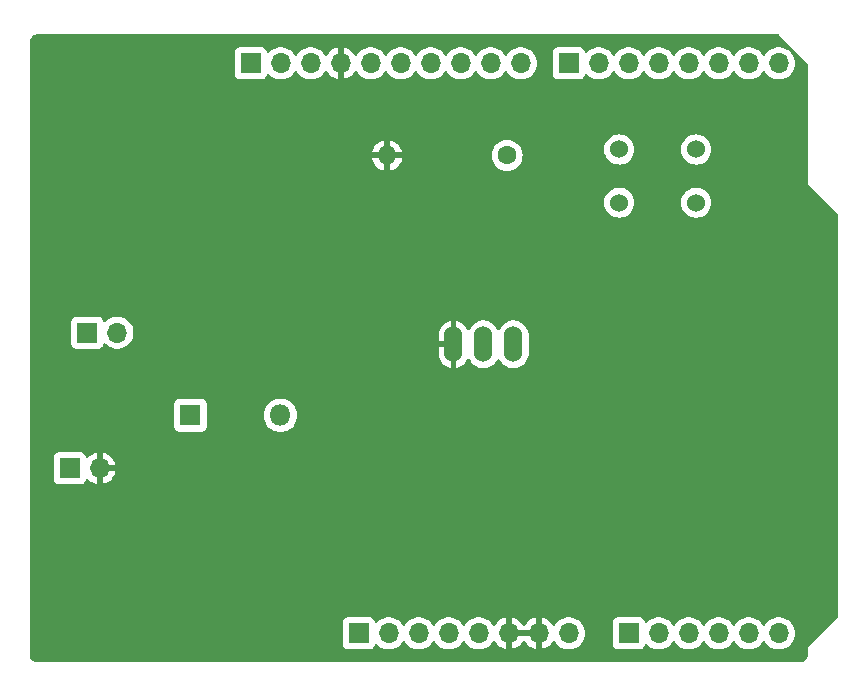
<source format=gbl>
%TF.GenerationSoftware,KiCad,Pcbnew,8.0.0*%
%TF.CreationDate,2024-04-21T19:32:52-04:00*%
%TF.ProjectId,9_motorized_pinwheel,395f6d6f-746f-4726-997a-65645f70696e,rev?*%
%TF.SameCoordinates,Original*%
%TF.FileFunction,Copper,L2,Bot*%
%TF.FilePolarity,Positive*%
%FSLAX46Y46*%
G04 Gerber Fmt 4.6, Leading zero omitted, Abs format (unit mm)*
G04 Created by KiCad (PCBNEW 8.0.0) date 2024-04-21 19:32:52*
%MOMM*%
%LPD*%
G01*
G04 APERTURE LIST*
%TA.AperFunction,ComponentPad*%
%ADD10R,1.700000X1.700000*%
%TD*%
%TA.AperFunction,ComponentPad*%
%ADD11O,1.700000X1.700000*%
%TD*%
%TA.AperFunction,ComponentPad*%
%ADD12C,1.524000*%
%TD*%
%TA.AperFunction,ComponentPad*%
%ADD13R,1.800000X1.800000*%
%TD*%
%TA.AperFunction,ComponentPad*%
%ADD14O,1.800000X1.800000*%
%TD*%
%TA.AperFunction,ComponentPad*%
%ADD15C,1.600000*%
%TD*%
%TA.AperFunction,ComponentPad*%
%ADD16O,1.600000X1.600000*%
%TD*%
%TA.AperFunction,ComponentPad*%
%ADD17O,1.524000X3.048000*%
%TD*%
%ADD18C,0.350000*%
G04 APERTURE END LIST*
D10*
%TO.P,J1,1,Pin_1*%
%TO.N,unconnected-(J1-Pin_1-Pad1)*%
X27940000Y2540000D03*
D11*
%TO.P,J1,2,Pin_2*%
%TO.N,/IOREF*%
X30480000Y2540000D03*
%TO.P,J1,3,Pin_3*%
%TO.N,/~{RESET}*%
X33020000Y2540000D03*
%TO.P,J1,4,Pin_4*%
%TO.N,+3V3*%
X35560000Y2540000D03*
%TO.P,J1,5,Pin_5*%
%TO.N,+5V*%
X38100000Y2540000D03*
%TO.P,J1,6,Pin_6*%
%TO.N,GND*%
X40640000Y2540000D03*
%TO.P,J1,7,Pin_7*%
X43180000Y2540000D03*
%TO.P,J1,8,Pin_8*%
%TO.N,VCC*%
X45720000Y2540000D03*
%TD*%
D10*
%TO.P,J3,1,Pin_1*%
%TO.N,/A0*%
X50800000Y2540000D03*
D11*
%TO.P,J3,2,Pin_2*%
%TO.N,/A1*%
X53340000Y2540000D03*
%TO.P,J3,3,Pin_3*%
%TO.N,/A2*%
X55880000Y2540000D03*
%TO.P,J3,4,Pin_4*%
%TO.N,/A3*%
X58420000Y2540000D03*
%TO.P,J3,5,Pin_5*%
%TO.N,/SDA{slash}A4*%
X60960000Y2540000D03*
%TO.P,J3,6,Pin_6*%
%TO.N,/SCL{slash}A5*%
X63500000Y2540000D03*
%TD*%
D10*
%TO.P,J2,1,Pin_1*%
%TO.N,/SCL{slash}A5*%
X18796000Y50800000D03*
D11*
%TO.P,J2,2,Pin_2*%
%TO.N,/SDA{slash}A4*%
X21336000Y50800000D03*
%TO.P,J2,3,Pin_3*%
%TO.N,/AREF*%
X23876000Y50800000D03*
%TO.P,J2,4,Pin_4*%
%TO.N,GND*%
X26416000Y50800000D03*
%TO.P,J2,5,Pin_5*%
%TO.N,/13*%
X28956000Y50800000D03*
%TO.P,J2,6,Pin_6*%
%TO.N,/12*%
X31496000Y50800000D03*
%TO.P,J2,7,Pin_7*%
%TO.N,/\u002A11*%
X34036000Y50800000D03*
%TO.P,J2,8,Pin_8*%
%TO.N,/\u002A10*%
X36576000Y50800000D03*
%TO.P,J2,9,Pin_9*%
%TO.N,/\u002A9*%
X39116000Y50800000D03*
%TO.P,J2,10,Pin_10*%
%TO.N,/8*%
X41656000Y50800000D03*
%TD*%
D10*
%TO.P,J4,1,Pin_1*%
%TO.N,/7*%
X45720000Y50800000D03*
D11*
%TO.P,J4,2,Pin_2*%
%TO.N,/\u002A6*%
X48260000Y50800000D03*
%TO.P,J4,3,Pin_3*%
%TO.N,/\u002A5*%
X50800000Y50800000D03*
%TO.P,J4,4,Pin_4*%
%TO.N,/4*%
X53340000Y50800000D03*
%TO.P,J4,5,Pin_5*%
%TO.N,/\u002A3*%
X55880000Y50800000D03*
%TO.P,J4,6,Pin_6*%
%TO.N,/2*%
X58420000Y50800000D03*
%TO.P,J4,7,Pin_7*%
%TO.N,/TX{slash}1*%
X60960000Y50800000D03*
%TO.P,J4,8,Pin_8*%
%TO.N,/RX{slash}0*%
X63500000Y50800000D03*
%TD*%
D12*
%TO.P,SW1,1,1*%
%TO.N,/2*%
X50000000Y43500000D03*
%TO.P,SW1,2,2*%
%TO.N,+5V*%
X56500000Y43500000D03*
%TO.P,SW1,3*%
%TO.N,N/C*%
X56500000Y39000000D03*
%TO.P,SW1,4*%
X50000000Y39000000D03*
%TD*%
D13*
%TO.P,D1,1,K*%
%TO.N,Net-(BT1-+)*%
X13690000Y21000000D03*
D14*
%TO.P,D1,2,A*%
%TO.N,Net-(D1-A)*%
X21310000Y21000000D03*
%TD*%
D10*
%TO.P,M1,1,+*%
%TO.N,Net-(BT1-+)*%
X4960000Y28000000D03*
D11*
%TO.P,M1,2,-*%
%TO.N,Net-(D1-A)*%
X7500000Y28000000D03*
%TD*%
D10*
%TO.P,BT1,1,+*%
%TO.N,Net-(BT1-+)*%
X3460000Y16500000D03*
D11*
%TO.P,BT1,2,-*%
%TO.N,GND*%
X6000000Y16500000D03*
%TD*%
D15*
%TO.P,R1,1*%
%TO.N,/2*%
X40500000Y43000000D03*
D16*
%TO.P,R1,2*%
%TO.N,GND*%
X30340000Y43000000D03*
%TD*%
D17*
%TO.P,Q1,D*%
%TO.N,Net-(D1-A)*%
X38500000Y27000000D03*
%TO.P,Q1,G*%
%TO.N,/\u002A9*%
X41040000Y27000000D03*
%TO.P,Q1,S*%
%TO.N,GND*%
X35960000Y27000000D03*
%TD*%
%TA.AperFunction,Conductor*%
%TO.N,GND*%
G36*
X42714075Y2732993D02*
G01*
X42680000Y2605826D01*
X42680000Y2474174D01*
X42714075Y2347007D01*
X42746988Y2290000D01*
X41073012Y2290000D01*
X41105925Y2347007D01*
X41140000Y2474174D01*
X41140000Y2605826D01*
X41105925Y2732993D01*
X41073012Y2790000D01*
X42746988Y2790000D01*
X42714075Y2732993D01*
G37*
%TD.AperFunction*%
%TA.AperFunction,Conductor*%
G36*
X63484404Y53244815D02*
G01*
X63505046Y53228181D01*
X65928181Y50805046D01*
X65961666Y50743723D01*
X65964500Y50717365D01*
X65964500Y40655018D01*
X65964500Y40624982D01*
X65975994Y40597233D01*
X65975995Y40597232D01*
X68468181Y38105046D01*
X68501666Y38043723D01*
X68504500Y38017365D01*
X68504500Y3892636D01*
X68484815Y3825597D01*
X68468181Y3804955D01*
X65997233Y1334006D01*
X65975995Y1312769D01*
X65964500Y1285018D01*
X65964500Y768093D01*
X65963903Y755938D01*
X65952505Y640222D01*
X65947763Y616382D01*
X65917832Y517710D01*
X65915789Y510976D01*
X65906486Y488518D01*
X65854561Y391373D01*
X65841056Y371161D01*
X65771176Y286012D01*
X65753988Y268824D01*
X65668839Y198944D01*
X65648627Y185439D01*
X65551482Y133514D01*
X65529028Y124213D01*
X65487028Y111472D01*
X65423618Y92237D01*
X65399778Y87495D01*
X65291162Y76797D01*
X65284060Y76097D01*
X65271907Y75500D01*
X768093Y75500D01*
X755939Y76097D01*
X747995Y76880D01*
X640221Y87495D01*
X616381Y92237D01*
X599445Y97375D01*
X510968Y124214D01*
X488517Y133514D01*
X391372Y185439D01*
X371160Y198944D01*
X286011Y268824D01*
X268823Y286012D01*
X198943Y371161D01*
X185438Y391373D01*
X133510Y488524D01*
X124215Y510963D01*
X92234Y616388D01*
X87494Y640223D01*
X76097Y755939D01*
X75500Y768093D01*
X75500Y1641346D01*
X26581500Y1641346D01*
X26588011Y1580798D01*
X26588011Y1580796D01*
X26639111Y1443796D01*
X26726739Y1326739D01*
X26843796Y1239111D01*
X26980799Y1188011D01*
X27008050Y1185082D01*
X27041345Y1181501D01*
X27041362Y1181500D01*
X28838638Y1181500D01*
X28838654Y1181501D01*
X28865692Y1184409D01*
X28899201Y1188011D01*
X29036204Y1239111D01*
X29153261Y1326739D01*
X29240889Y1443796D01*
X29286138Y1565113D01*
X29328009Y1621044D01*
X29393474Y1645461D01*
X29461746Y1630609D01*
X29493545Y1605764D01*
X29556760Y1537094D01*
X29734424Y1398811D01*
X29734425Y1398811D01*
X29734427Y1398809D01*
X29861135Y1330239D01*
X29932426Y1291658D01*
X30145365Y1218556D01*
X30367431Y1181500D01*
X30592569Y1181500D01*
X30814635Y1218556D01*
X31027574Y1291658D01*
X31225576Y1398811D01*
X31403240Y1537094D01*
X31524594Y1668918D01*
X31555715Y1702724D01*
X31555715Y1702725D01*
X31555722Y1702732D01*
X31646193Y1841210D01*
X31699338Y1886563D01*
X31768569Y1895987D01*
X31831905Y1866485D01*
X31853804Y1841213D01*
X31944278Y1702732D01*
X31944283Y1702727D01*
X31944284Y1702724D01*
X32070968Y1565111D01*
X32096760Y1537094D01*
X32274424Y1398811D01*
X32274425Y1398811D01*
X32274427Y1398809D01*
X32401135Y1330239D01*
X32472426Y1291658D01*
X32685365Y1218556D01*
X32907431Y1181500D01*
X33132569Y1181500D01*
X33354635Y1218556D01*
X33567574Y1291658D01*
X33765576Y1398811D01*
X33943240Y1537094D01*
X34064594Y1668918D01*
X34095715Y1702724D01*
X34095715Y1702725D01*
X34095722Y1702732D01*
X34186193Y1841210D01*
X34239338Y1886563D01*
X34308569Y1895987D01*
X34371905Y1866485D01*
X34393804Y1841213D01*
X34484278Y1702732D01*
X34484283Y1702727D01*
X34484284Y1702724D01*
X34610968Y1565111D01*
X34636760Y1537094D01*
X34814424Y1398811D01*
X34814425Y1398811D01*
X34814427Y1398809D01*
X34941135Y1330239D01*
X35012426Y1291658D01*
X35225365Y1218556D01*
X35447431Y1181500D01*
X35672569Y1181500D01*
X35894635Y1218556D01*
X36107574Y1291658D01*
X36305576Y1398811D01*
X36483240Y1537094D01*
X36604594Y1668918D01*
X36635715Y1702724D01*
X36635715Y1702725D01*
X36635722Y1702732D01*
X36726193Y1841210D01*
X36779338Y1886563D01*
X36848569Y1895987D01*
X36911905Y1866485D01*
X36933804Y1841213D01*
X37024278Y1702732D01*
X37024283Y1702727D01*
X37024284Y1702724D01*
X37150968Y1565111D01*
X37176760Y1537094D01*
X37354424Y1398811D01*
X37354425Y1398811D01*
X37354427Y1398809D01*
X37481135Y1330239D01*
X37552426Y1291658D01*
X37765365Y1218556D01*
X37987431Y1181500D01*
X38212569Y1181500D01*
X38434635Y1218556D01*
X38647574Y1291658D01*
X38845576Y1398811D01*
X39023240Y1537094D01*
X39144594Y1668918D01*
X39175715Y1702724D01*
X39175715Y1702725D01*
X39175722Y1702732D01*
X39269749Y1846653D01*
X39322894Y1892006D01*
X39392125Y1901430D01*
X39455461Y1871928D01*
X39475130Y1849952D01*
X39601890Y1668922D01*
X39768917Y1501895D01*
X39962421Y1366400D01*
X40176507Y1266571D01*
X40176516Y1266567D01*
X40390000Y1209366D01*
X40390000Y2106988D01*
X40447007Y2074075D01*
X40574174Y2040000D01*
X40705826Y2040000D01*
X40832993Y2074075D01*
X40890000Y2106988D01*
X40890000Y1209367D01*
X41103483Y1266567D01*
X41103492Y1266571D01*
X41317578Y1366400D01*
X41511082Y1501895D01*
X41678105Y1668918D01*
X41808425Y1855032D01*
X41863002Y1898656D01*
X41932501Y1905849D01*
X41994855Y1874327D01*
X42011575Y1855032D01*
X42141894Y1668918D01*
X42308917Y1501895D01*
X42502421Y1366400D01*
X42716507Y1266571D01*
X42716516Y1266567D01*
X42930000Y1209366D01*
X42930000Y2106988D01*
X42987007Y2074075D01*
X43114174Y2040000D01*
X43245826Y2040000D01*
X43372993Y2074075D01*
X43430000Y2106988D01*
X43430000Y1209367D01*
X43643483Y1266567D01*
X43643492Y1266571D01*
X43857578Y1366400D01*
X44051082Y1501895D01*
X44218105Y1668918D01*
X44344868Y1849952D01*
X44399445Y1893577D01*
X44468944Y1900769D01*
X44531298Y1869247D01*
X44550251Y1846650D01*
X44644276Y1702735D01*
X44644284Y1702724D01*
X44770968Y1565111D01*
X44796760Y1537094D01*
X44974424Y1398811D01*
X44974425Y1398811D01*
X44974427Y1398809D01*
X45101135Y1330239D01*
X45172426Y1291658D01*
X45385365Y1218556D01*
X45607431Y1181500D01*
X45832569Y1181500D01*
X46054635Y1218556D01*
X46267574Y1291658D01*
X46465576Y1398811D01*
X46643240Y1537094D01*
X46739212Y1641346D01*
X49441500Y1641346D01*
X49448011Y1580798D01*
X49448011Y1580796D01*
X49499111Y1443796D01*
X49586739Y1326739D01*
X49703796Y1239111D01*
X49840799Y1188011D01*
X49868050Y1185082D01*
X49901345Y1181501D01*
X49901362Y1181500D01*
X51698638Y1181500D01*
X51698654Y1181501D01*
X51725692Y1184409D01*
X51759201Y1188011D01*
X51896204Y1239111D01*
X52013261Y1326739D01*
X52100889Y1443796D01*
X52146138Y1565113D01*
X52188009Y1621044D01*
X52253474Y1645461D01*
X52321746Y1630609D01*
X52353545Y1605764D01*
X52416760Y1537094D01*
X52594424Y1398811D01*
X52594425Y1398811D01*
X52594427Y1398809D01*
X52721135Y1330239D01*
X52792426Y1291658D01*
X53005365Y1218556D01*
X53227431Y1181500D01*
X53452569Y1181500D01*
X53674635Y1218556D01*
X53887574Y1291658D01*
X54085576Y1398811D01*
X54263240Y1537094D01*
X54384594Y1668918D01*
X54415715Y1702724D01*
X54415715Y1702725D01*
X54415722Y1702732D01*
X54506193Y1841210D01*
X54559338Y1886563D01*
X54628569Y1895987D01*
X54691905Y1866485D01*
X54713804Y1841213D01*
X54804278Y1702732D01*
X54804283Y1702727D01*
X54804284Y1702724D01*
X54930968Y1565111D01*
X54956760Y1537094D01*
X55134424Y1398811D01*
X55134425Y1398811D01*
X55134427Y1398809D01*
X55261135Y1330239D01*
X55332426Y1291658D01*
X55545365Y1218556D01*
X55767431Y1181500D01*
X55992569Y1181500D01*
X56214635Y1218556D01*
X56427574Y1291658D01*
X56625576Y1398811D01*
X56803240Y1537094D01*
X56924594Y1668918D01*
X56955715Y1702724D01*
X56955715Y1702725D01*
X56955722Y1702732D01*
X57046193Y1841210D01*
X57099338Y1886563D01*
X57168569Y1895987D01*
X57231905Y1866485D01*
X57253804Y1841213D01*
X57344278Y1702732D01*
X57344283Y1702727D01*
X57344284Y1702724D01*
X57470968Y1565111D01*
X57496760Y1537094D01*
X57674424Y1398811D01*
X57674425Y1398811D01*
X57674427Y1398809D01*
X57801135Y1330239D01*
X57872426Y1291658D01*
X58085365Y1218556D01*
X58307431Y1181500D01*
X58532569Y1181500D01*
X58754635Y1218556D01*
X58967574Y1291658D01*
X59165576Y1398811D01*
X59343240Y1537094D01*
X59464594Y1668918D01*
X59495715Y1702724D01*
X59495715Y1702725D01*
X59495722Y1702732D01*
X59586193Y1841210D01*
X59639338Y1886563D01*
X59708569Y1895987D01*
X59771905Y1866485D01*
X59793804Y1841213D01*
X59884278Y1702732D01*
X59884283Y1702727D01*
X59884284Y1702724D01*
X60010968Y1565111D01*
X60036760Y1537094D01*
X60214424Y1398811D01*
X60214425Y1398811D01*
X60214427Y1398809D01*
X60341135Y1330239D01*
X60412426Y1291658D01*
X60625365Y1218556D01*
X60847431Y1181500D01*
X61072569Y1181500D01*
X61294635Y1218556D01*
X61507574Y1291658D01*
X61705576Y1398811D01*
X61883240Y1537094D01*
X62004594Y1668918D01*
X62035715Y1702724D01*
X62035715Y1702725D01*
X62035722Y1702732D01*
X62126193Y1841210D01*
X62179338Y1886563D01*
X62248569Y1895987D01*
X62311905Y1866485D01*
X62333804Y1841213D01*
X62424278Y1702732D01*
X62424283Y1702727D01*
X62424284Y1702724D01*
X62550968Y1565111D01*
X62576760Y1537094D01*
X62754424Y1398811D01*
X62754425Y1398811D01*
X62754427Y1398809D01*
X62881135Y1330239D01*
X62952426Y1291658D01*
X63165365Y1218556D01*
X63387431Y1181500D01*
X63612569Y1181500D01*
X63834635Y1218556D01*
X64047574Y1291658D01*
X64245576Y1398811D01*
X64423240Y1537094D01*
X64544594Y1668918D01*
X64575715Y1702724D01*
X64575717Y1702727D01*
X64575722Y1702732D01*
X64698860Y1891209D01*
X64789296Y2097384D01*
X64844564Y2315632D01*
X64847164Y2347007D01*
X64863156Y2539995D01*
X64863156Y2540006D01*
X64844565Y2764360D01*
X64844563Y2764372D01*
X64789296Y2982615D01*
X64779071Y3005925D01*
X64698860Y3188791D01*
X64682706Y3213516D01*
X64575723Y3377266D01*
X64575715Y3377277D01*
X64423243Y3542903D01*
X64423238Y3542908D01*
X64245577Y3681188D01*
X64245572Y3681192D01*
X64047580Y3788339D01*
X64047577Y3788341D01*
X64047574Y3788342D01*
X64047571Y3788343D01*
X64047569Y3788344D01*
X63834637Y3861444D01*
X63612569Y3898500D01*
X63387431Y3898500D01*
X63165362Y3861444D01*
X62952430Y3788344D01*
X62952419Y3788339D01*
X62754427Y3681192D01*
X62754422Y3681188D01*
X62576761Y3542908D01*
X62576756Y3542903D01*
X62424284Y3377277D01*
X62424276Y3377266D01*
X62333808Y3238794D01*
X62280662Y3193438D01*
X62211431Y3184014D01*
X62148095Y3213516D01*
X62126192Y3238794D01*
X62035723Y3377266D01*
X62035715Y3377277D01*
X61883243Y3542903D01*
X61883238Y3542908D01*
X61705577Y3681188D01*
X61705572Y3681192D01*
X61507580Y3788339D01*
X61507577Y3788341D01*
X61507574Y3788342D01*
X61507571Y3788343D01*
X61507569Y3788344D01*
X61294637Y3861444D01*
X61072569Y3898500D01*
X60847431Y3898500D01*
X60625362Y3861444D01*
X60412430Y3788344D01*
X60412419Y3788339D01*
X60214427Y3681192D01*
X60214422Y3681188D01*
X60036761Y3542908D01*
X60036756Y3542903D01*
X59884284Y3377277D01*
X59884276Y3377266D01*
X59793808Y3238794D01*
X59740662Y3193438D01*
X59671431Y3184014D01*
X59608095Y3213516D01*
X59586192Y3238794D01*
X59495723Y3377266D01*
X59495715Y3377277D01*
X59343243Y3542903D01*
X59343238Y3542908D01*
X59165577Y3681188D01*
X59165572Y3681192D01*
X58967580Y3788339D01*
X58967577Y3788341D01*
X58967574Y3788342D01*
X58967571Y3788343D01*
X58967569Y3788344D01*
X58754637Y3861444D01*
X58532569Y3898500D01*
X58307431Y3898500D01*
X58085362Y3861444D01*
X57872430Y3788344D01*
X57872419Y3788339D01*
X57674427Y3681192D01*
X57674422Y3681188D01*
X57496761Y3542908D01*
X57496756Y3542903D01*
X57344284Y3377277D01*
X57344276Y3377266D01*
X57253808Y3238794D01*
X57200662Y3193438D01*
X57131431Y3184014D01*
X57068095Y3213516D01*
X57046192Y3238794D01*
X56955723Y3377266D01*
X56955715Y3377277D01*
X56803243Y3542903D01*
X56803238Y3542908D01*
X56625577Y3681188D01*
X56625572Y3681192D01*
X56427580Y3788339D01*
X56427577Y3788341D01*
X56427574Y3788342D01*
X56427571Y3788343D01*
X56427569Y3788344D01*
X56214637Y3861444D01*
X55992569Y3898500D01*
X55767431Y3898500D01*
X55545362Y3861444D01*
X55332430Y3788344D01*
X55332419Y3788339D01*
X55134427Y3681192D01*
X55134422Y3681188D01*
X54956761Y3542908D01*
X54956756Y3542903D01*
X54804284Y3377277D01*
X54804276Y3377266D01*
X54713808Y3238794D01*
X54660662Y3193438D01*
X54591431Y3184014D01*
X54528095Y3213516D01*
X54506192Y3238794D01*
X54415723Y3377266D01*
X54415715Y3377277D01*
X54263243Y3542903D01*
X54263238Y3542908D01*
X54085577Y3681188D01*
X54085572Y3681192D01*
X53887580Y3788339D01*
X53887577Y3788341D01*
X53887574Y3788342D01*
X53887571Y3788343D01*
X53887569Y3788344D01*
X53674637Y3861444D01*
X53452569Y3898500D01*
X53227431Y3898500D01*
X53005362Y3861444D01*
X52792430Y3788344D01*
X52792419Y3788339D01*
X52594427Y3681192D01*
X52594422Y3681188D01*
X52416761Y3542908D01*
X52353548Y3474240D01*
X52293661Y3438250D01*
X52223823Y3440351D01*
X52166207Y3479876D01*
X52146138Y3514890D01*
X52100889Y3636204D01*
X52067214Y3681188D01*
X52013261Y3753261D01*
X51896204Y3840889D01*
X51895172Y3841274D01*
X51759203Y3891989D01*
X51698654Y3898500D01*
X51698638Y3898500D01*
X49901362Y3898500D01*
X49901345Y3898500D01*
X49840797Y3891989D01*
X49840795Y3891989D01*
X49703795Y3840889D01*
X49586739Y3753261D01*
X49499111Y3636205D01*
X49448011Y3499205D01*
X49448011Y3499203D01*
X49441500Y3438655D01*
X49441500Y1641346D01*
X46739212Y1641346D01*
X46764594Y1668918D01*
X46795715Y1702724D01*
X46795717Y1702727D01*
X46795722Y1702732D01*
X46918860Y1891209D01*
X47009296Y2097384D01*
X47064564Y2315632D01*
X47067164Y2347007D01*
X47083156Y2539995D01*
X47083156Y2540006D01*
X47064565Y2764360D01*
X47064563Y2764372D01*
X47009296Y2982615D01*
X46999071Y3005925D01*
X46918860Y3188791D01*
X46902706Y3213516D01*
X46795723Y3377266D01*
X46795715Y3377277D01*
X46643243Y3542903D01*
X46643238Y3542908D01*
X46465577Y3681188D01*
X46465572Y3681192D01*
X46267580Y3788339D01*
X46267577Y3788341D01*
X46267574Y3788342D01*
X46267571Y3788343D01*
X46267569Y3788344D01*
X46054637Y3861444D01*
X45832569Y3898500D01*
X45607431Y3898500D01*
X45385362Y3861444D01*
X45172430Y3788344D01*
X45172419Y3788339D01*
X44974427Y3681192D01*
X44974422Y3681188D01*
X44796761Y3542908D01*
X44796756Y3542903D01*
X44644284Y3377277D01*
X44644276Y3377266D01*
X44550251Y3233350D01*
X44497105Y3187993D01*
X44427873Y3178570D01*
X44364538Y3208072D01*
X44344868Y3230049D01*
X44218113Y3411074D01*
X44218108Y3411080D01*
X44051082Y3578106D01*
X43857578Y3713601D01*
X43643492Y3813430D01*
X43643486Y3813433D01*
X43430000Y3870636D01*
X43430000Y2973012D01*
X43372993Y3005925D01*
X43245826Y3040000D01*
X43114174Y3040000D01*
X42987007Y3005925D01*
X42930000Y2973012D01*
X42930000Y3870636D01*
X42929999Y3870636D01*
X42716513Y3813433D01*
X42716507Y3813430D01*
X42502422Y3713601D01*
X42502420Y3713600D01*
X42308926Y3578114D01*
X42308920Y3578109D01*
X42141891Y3411080D01*
X42141890Y3411078D01*
X42011575Y3224969D01*
X41956998Y3181345D01*
X41887499Y3174152D01*
X41825145Y3205674D01*
X41808425Y3224969D01*
X41678109Y3411078D01*
X41678108Y3411080D01*
X41511082Y3578106D01*
X41317578Y3713601D01*
X41103492Y3813430D01*
X41103486Y3813433D01*
X40890000Y3870636D01*
X40890000Y2973012D01*
X40832993Y3005925D01*
X40705826Y3040000D01*
X40574174Y3040000D01*
X40447007Y3005925D01*
X40390000Y2973012D01*
X40390000Y3870636D01*
X40389999Y3870636D01*
X40176513Y3813433D01*
X40176507Y3813430D01*
X39962422Y3713601D01*
X39962420Y3713600D01*
X39768926Y3578114D01*
X39768920Y3578109D01*
X39601891Y3411080D01*
X39601890Y3411078D01*
X39475131Y3230048D01*
X39420554Y3186423D01*
X39351055Y3179231D01*
X39288701Y3210753D01*
X39269752Y3233344D01*
X39175722Y3377268D01*
X39175715Y3377275D01*
X39175715Y3377277D01*
X39023243Y3542903D01*
X39023238Y3542908D01*
X38845577Y3681188D01*
X38845572Y3681192D01*
X38647580Y3788339D01*
X38647577Y3788341D01*
X38647574Y3788342D01*
X38647571Y3788343D01*
X38647569Y3788344D01*
X38434637Y3861444D01*
X38212569Y3898500D01*
X37987431Y3898500D01*
X37765362Y3861444D01*
X37552430Y3788344D01*
X37552419Y3788339D01*
X37354427Y3681192D01*
X37354422Y3681188D01*
X37176761Y3542908D01*
X37176756Y3542903D01*
X37024284Y3377277D01*
X37024276Y3377266D01*
X36933808Y3238794D01*
X36880662Y3193438D01*
X36811431Y3184014D01*
X36748095Y3213516D01*
X36726192Y3238794D01*
X36635723Y3377266D01*
X36635715Y3377277D01*
X36483243Y3542903D01*
X36483238Y3542908D01*
X36305577Y3681188D01*
X36305572Y3681192D01*
X36107580Y3788339D01*
X36107577Y3788341D01*
X36107574Y3788342D01*
X36107571Y3788343D01*
X36107569Y3788344D01*
X35894637Y3861444D01*
X35672569Y3898500D01*
X35447431Y3898500D01*
X35225362Y3861444D01*
X35012430Y3788344D01*
X35012419Y3788339D01*
X34814427Y3681192D01*
X34814422Y3681188D01*
X34636761Y3542908D01*
X34636756Y3542903D01*
X34484284Y3377277D01*
X34484276Y3377266D01*
X34393808Y3238794D01*
X34340662Y3193438D01*
X34271431Y3184014D01*
X34208095Y3213516D01*
X34186192Y3238794D01*
X34095723Y3377266D01*
X34095715Y3377277D01*
X33943243Y3542903D01*
X33943238Y3542908D01*
X33765577Y3681188D01*
X33765572Y3681192D01*
X33567580Y3788339D01*
X33567577Y3788341D01*
X33567574Y3788342D01*
X33567571Y3788343D01*
X33567569Y3788344D01*
X33354637Y3861444D01*
X33132569Y3898500D01*
X32907431Y3898500D01*
X32685362Y3861444D01*
X32472430Y3788344D01*
X32472419Y3788339D01*
X32274427Y3681192D01*
X32274422Y3681188D01*
X32096761Y3542908D01*
X32096756Y3542903D01*
X31944284Y3377277D01*
X31944276Y3377266D01*
X31853808Y3238794D01*
X31800662Y3193438D01*
X31731431Y3184014D01*
X31668095Y3213516D01*
X31646192Y3238794D01*
X31555723Y3377266D01*
X31555715Y3377277D01*
X31403243Y3542903D01*
X31403238Y3542908D01*
X31225577Y3681188D01*
X31225572Y3681192D01*
X31027580Y3788339D01*
X31027577Y3788341D01*
X31027574Y3788342D01*
X31027571Y3788343D01*
X31027569Y3788344D01*
X30814637Y3861444D01*
X30592569Y3898500D01*
X30367431Y3898500D01*
X30145362Y3861444D01*
X29932430Y3788344D01*
X29932419Y3788339D01*
X29734427Y3681192D01*
X29734422Y3681188D01*
X29556761Y3542908D01*
X29493548Y3474240D01*
X29433661Y3438250D01*
X29363823Y3440351D01*
X29306207Y3479876D01*
X29286138Y3514890D01*
X29240889Y3636204D01*
X29207214Y3681188D01*
X29153261Y3753261D01*
X29036204Y3840889D01*
X29035172Y3841274D01*
X28899203Y3891989D01*
X28838654Y3898500D01*
X28838638Y3898500D01*
X27041362Y3898500D01*
X27041345Y3898500D01*
X26980797Y3891989D01*
X26980795Y3891989D01*
X26843795Y3840889D01*
X26726739Y3753261D01*
X26639111Y3636205D01*
X26588011Y3499205D01*
X26588011Y3499203D01*
X26581500Y3438655D01*
X26581500Y1641346D01*
X75500Y1641346D01*
X75500Y15601346D01*
X2101500Y15601346D01*
X2108011Y15540798D01*
X2108011Y15540796D01*
X2159111Y15403796D01*
X2246739Y15286739D01*
X2363796Y15199111D01*
X2500799Y15148011D01*
X2528050Y15145082D01*
X2561345Y15141501D01*
X2561362Y15141500D01*
X4358638Y15141500D01*
X4358654Y15141501D01*
X4385692Y15144409D01*
X4419201Y15148011D01*
X4556204Y15199111D01*
X4673261Y15286739D01*
X4760889Y15403796D01*
X4809223Y15533385D01*
X4851093Y15589314D01*
X4916557Y15613731D01*
X4984830Y15598879D01*
X5013084Y15577728D01*
X5128917Y15461895D01*
X5322421Y15326400D01*
X5536507Y15226571D01*
X5536516Y15226567D01*
X5750000Y15169366D01*
X5750000Y16066988D01*
X5807007Y16034075D01*
X5934174Y16000000D01*
X6065826Y16000000D01*
X6192993Y16034075D01*
X6250000Y16066988D01*
X6250000Y15169367D01*
X6463483Y15226567D01*
X6463492Y15226571D01*
X6677578Y15326400D01*
X6871082Y15461895D01*
X7038105Y15628918D01*
X7173600Y15822422D01*
X7273429Y16036508D01*
X7273432Y16036514D01*
X7330636Y16250000D01*
X6433012Y16250000D01*
X6465925Y16307007D01*
X6500000Y16434174D01*
X6500000Y16565826D01*
X6465925Y16692993D01*
X6433012Y16750000D01*
X7330636Y16750000D01*
X7330635Y16750001D01*
X7273432Y16963487D01*
X7273429Y16963493D01*
X7173600Y17177578D01*
X7173599Y17177580D01*
X7038113Y17371074D01*
X7038108Y17371080D01*
X6871082Y17538106D01*
X6677578Y17673601D01*
X6463492Y17773430D01*
X6463486Y17773433D01*
X6250000Y17830636D01*
X6250000Y16933012D01*
X6192993Y16965925D01*
X6065826Y17000000D01*
X5934174Y17000000D01*
X5807007Y16965925D01*
X5750000Y16933012D01*
X5750000Y17830636D01*
X5749999Y17830636D01*
X5536513Y17773433D01*
X5536507Y17773430D01*
X5322422Y17673601D01*
X5322420Y17673600D01*
X5128926Y17538114D01*
X5013084Y17422272D01*
X4951761Y17388788D01*
X4882069Y17393772D01*
X4826136Y17435644D01*
X4809223Y17466616D01*
X4760889Y17596204D01*
X4673261Y17713261D01*
X4556204Y17800889D01*
X4419203Y17851989D01*
X4358654Y17858500D01*
X4358638Y17858500D01*
X2561362Y17858500D01*
X2561345Y17858500D01*
X2500797Y17851989D01*
X2500795Y17851989D01*
X2363795Y17800889D01*
X2246739Y17713261D01*
X2159111Y17596205D01*
X2108011Y17459205D01*
X2108011Y17459203D01*
X2101500Y17398655D01*
X2101500Y15601346D01*
X75500Y15601346D01*
X75500Y20051346D01*
X12281500Y20051346D01*
X12288011Y19990798D01*
X12288011Y19990796D01*
X12339111Y19853796D01*
X12426739Y19736739D01*
X12543796Y19649111D01*
X12680799Y19598011D01*
X12708050Y19595082D01*
X12741345Y19591501D01*
X12741362Y19591500D01*
X14638638Y19591500D01*
X14638654Y19591501D01*
X14665692Y19594409D01*
X14699201Y19598011D01*
X14836204Y19649111D01*
X14953261Y19736739D01*
X15040889Y19853796D01*
X15091989Y19990799D01*
X15095591Y20024308D01*
X15098499Y20051346D01*
X15098500Y20051363D01*
X15098500Y20999995D01*
X19896673Y20999995D01*
X19915948Y20767378D01*
X19973251Y20541093D01*
X20067015Y20327332D01*
X20194686Y20131916D01*
X20352776Y19960186D01*
X20352780Y19960182D01*
X20536983Y19816810D01*
X20536985Y19816809D01*
X20536988Y19816807D01*
X20656331Y19752223D01*
X20742273Y19705713D01*
X20856914Y19666357D01*
X20963045Y19629921D01*
X20963047Y19629921D01*
X20963049Y19629920D01*
X21193288Y19591500D01*
X21193289Y19591500D01*
X21426711Y19591500D01*
X21426712Y19591500D01*
X21656951Y19629920D01*
X21877727Y19705713D01*
X22083017Y19816810D01*
X22267220Y19960182D01*
X22425314Y20131917D01*
X22552984Y20327331D01*
X22646749Y20541093D01*
X22704051Y20767374D01*
X22723327Y21000000D01*
X22704051Y21232626D01*
X22646749Y21458907D01*
X22552984Y21672669D01*
X22425314Y21868083D01*
X22425313Y21868085D01*
X22267223Y22039815D01*
X22267222Y22039816D01*
X22267220Y22039818D01*
X22083017Y22183190D01*
X22083015Y22183191D01*
X22083014Y22183192D01*
X22083011Y22183194D01*
X21877733Y22294284D01*
X21877730Y22294285D01*
X21877727Y22294287D01*
X21877721Y22294289D01*
X21877719Y22294290D01*
X21656954Y22370080D01*
X21465730Y22401989D01*
X21426712Y22408500D01*
X21193288Y22408500D01*
X21154270Y22401989D01*
X20963045Y22370080D01*
X20742280Y22294290D01*
X20742266Y22294284D01*
X20536988Y22183194D01*
X20536985Y22183192D01*
X20352781Y22039819D01*
X20352776Y22039815D01*
X20194686Y21868085D01*
X20067015Y21672669D01*
X19973251Y21458908D01*
X19915948Y21232623D01*
X19896673Y21000006D01*
X19896673Y20999995D01*
X15098500Y20999995D01*
X15098500Y21948638D01*
X15098499Y21948655D01*
X15095157Y21979730D01*
X15091989Y22009201D01*
X15080570Y22039815D01*
X15069522Y22069436D01*
X15040889Y22146204D01*
X14953261Y22263261D01*
X14836204Y22350889D01*
X14699203Y22401989D01*
X14638654Y22408500D01*
X14638638Y22408500D01*
X12741362Y22408500D01*
X12741345Y22408500D01*
X12680797Y22401989D01*
X12680795Y22401989D01*
X12543795Y22350889D01*
X12426739Y22263261D01*
X12339111Y22146205D01*
X12288011Y22009205D01*
X12288011Y22009203D01*
X12281500Y21948655D01*
X12281500Y20051346D01*
X75500Y20051346D01*
X75500Y26138679D01*
X34698000Y26138679D01*
X34729075Y25942480D01*
X34729075Y25942477D01*
X34790457Y25753563D01*
X34880641Y25576568D01*
X34997403Y25415861D01*
X34997403Y25415860D01*
X35137859Y25275404D01*
X35298567Y25158642D01*
X35475562Y25068458D01*
X35664473Y25007078D01*
X35710000Y24999867D01*
X35710000Y26557749D01*
X35763919Y26526619D01*
X35893120Y26492000D01*
X36026880Y26492000D01*
X36156081Y26526619D01*
X36210000Y26557749D01*
X36210000Y24999868D01*
X36255526Y25007078D01*
X36444437Y25068458D01*
X36621432Y25158642D01*
X36782139Y25275404D01*
X36782140Y25275404D01*
X36922596Y25415860D01*
X36922596Y25415861D01*
X37039360Y25576570D01*
X37114744Y25724520D01*
X37162718Y25775317D01*
X37230539Y25792112D01*
X37296674Y25769575D01*
X37335713Y25724522D01*
X37413369Y25572115D01*
X37448685Y25523507D01*
X37530917Y25410325D01*
X37672325Y25268917D01*
X37834113Y25151371D01*
X37996838Y25068458D01*
X38012299Y25060580D01*
X38107393Y25029683D01*
X38202490Y24998784D01*
X38400009Y24967500D01*
X38400010Y24967500D01*
X38599990Y24967500D01*
X38599991Y24967500D01*
X38797510Y24998784D01*
X38987703Y25060581D01*
X39165887Y25151371D01*
X39327675Y25268917D01*
X39469083Y25410325D01*
X39586629Y25572113D01*
X39659515Y25715160D01*
X39707490Y25765955D01*
X39775311Y25782750D01*
X39841446Y25760212D01*
X39880484Y25715160D01*
X39953371Y25572113D01*
X40070917Y25410325D01*
X40212325Y25268917D01*
X40374113Y25151371D01*
X40536838Y25068458D01*
X40552299Y25060580D01*
X40647393Y25029683D01*
X40742490Y24998784D01*
X40940009Y24967500D01*
X40940010Y24967500D01*
X41139990Y24967500D01*
X41139991Y24967500D01*
X41337510Y24998784D01*
X41527703Y25060581D01*
X41705887Y25151371D01*
X41867675Y25268917D01*
X42009083Y25410325D01*
X42126629Y25572113D01*
X42217419Y25750297D01*
X42279216Y25940490D01*
X42310500Y26138009D01*
X42310500Y27861991D01*
X42279216Y28059510D01*
X42227963Y28217251D01*
X42217420Y28249701D01*
X42126628Y28427888D01*
X42115928Y28442615D01*
X42009083Y28589675D01*
X41867675Y28731083D01*
X41705887Y28848629D01*
X41527700Y28939421D01*
X41337511Y29001216D01*
X41238750Y29016858D01*
X41139991Y29032500D01*
X40940009Y29032500D01*
X40874169Y29022072D01*
X40742488Y29001216D01*
X40552299Y28939421D01*
X40374112Y28848629D01*
X40281806Y28781565D01*
X40212325Y28731083D01*
X40212323Y28731081D01*
X40212322Y28731081D01*
X40070919Y28589678D01*
X40070919Y28589677D01*
X40070917Y28589675D01*
X40066896Y28584140D01*
X39953367Y28427883D01*
X39880484Y28284842D01*
X39832510Y28234046D01*
X39764689Y28217251D01*
X39698554Y28239789D01*
X39659516Y28284842D01*
X39586632Y28427883D01*
X39575928Y28442616D01*
X39469083Y28589675D01*
X39327675Y28731083D01*
X39165887Y28848629D01*
X38987700Y28939421D01*
X38797511Y29001216D01*
X38698750Y29016858D01*
X38599991Y29032500D01*
X38400009Y29032500D01*
X38334169Y29022072D01*
X38202488Y29001216D01*
X38012299Y28939421D01*
X37834112Y28848629D01*
X37741806Y28781565D01*
X37672325Y28731083D01*
X37672323Y28731081D01*
X37672322Y28731081D01*
X37530919Y28589678D01*
X37530919Y28589677D01*
X37530917Y28589675D01*
X37526896Y28584140D01*
X37413369Y28427885D01*
X37335713Y28275479D01*
X37287738Y28224684D01*
X37219917Y28207889D01*
X37153783Y28230427D01*
X37114744Y28275480D01*
X37039358Y28423433D01*
X36922596Y28584140D01*
X36922596Y28584141D01*
X36782140Y28724597D01*
X36621432Y28841359D01*
X36444434Y28931544D01*
X36444436Y28931544D01*
X36255517Y28992926D01*
X36210000Y29000135D01*
X36210000Y27442252D01*
X36156081Y27473381D01*
X36026880Y27508000D01*
X35893120Y27508000D01*
X35763919Y27473381D01*
X35710000Y27442252D01*
X35710000Y29000135D01*
X35709999Y29000135D01*
X35664482Y28992926D01*
X35475564Y28931544D01*
X35298567Y28841359D01*
X35137860Y28724597D01*
X35137859Y28724597D01*
X34997403Y28584141D01*
X34997403Y28584140D01*
X34880641Y28423433D01*
X34790457Y28246438D01*
X34729075Y28057524D01*
X34729075Y28057521D01*
X34698000Y27861322D01*
X34698000Y27250000D01*
X35517749Y27250000D01*
X35486619Y27196081D01*
X35452000Y27066880D01*
X35452000Y26933120D01*
X35486619Y26803919D01*
X35517749Y26750000D01*
X34698000Y26750000D01*
X34698000Y26138679D01*
X75500Y26138679D01*
X75500Y27101346D01*
X3601500Y27101346D01*
X3608011Y27040798D01*
X3608011Y27040796D01*
X3659111Y26903796D01*
X3746739Y26786739D01*
X3863796Y26699111D01*
X4000799Y26648011D01*
X4028050Y26645082D01*
X4061345Y26641501D01*
X4061362Y26641500D01*
X5858638Y26641500D01*
X5858654Y26641501D01*
X5885692Y26644409D01*
X5919201Y26648011D01*
X6056204Y26699111D01*
X6173261Y26786739D01*
X6260889Y26903796D01*
X6306138Y27025113D01*
X6348009Y27081044D01*
X6413474Y27105461D01*
X6481746Y27090609D01*
X6513545Y27065764D01*
X6576760Y26997094D01*
X6754424Y26858811D01*
X6754425Y26858811D01*
X6754427Y26858809D01*
X6855856Y26803919D01*
X6952426Y26751658D01*
X7165365Y26678556D01*
X7387431Y26641500D01*
X7612569Y26641500D01*
X7834635Y26678556D01*
X8047574Y26751658D01*
X8245576Y26858811D01*
X8423240Y26997094D01*
X8575722Y27162732D01*
X8698860Y27351209D01*
X8789296Y27557384D01*
X8844564Y27775632D01*
X8863156Y28000000D01*
X8858389Y28057524D01*
X8844565Y28224360D01*
X8844563Y28224372D01*
X8793026Y28427887D01*
X8789296Y28442616D01*
X8698860Y28648791D01*
X8575722Y28837268D01*
X8575719Y28837271D01*
X8575715Y28837277D01*
X8423243Y29002903D01*
X8423238Y29002908D01*
X8245577Y29141188D01*
X8245572Y29141192D01*
X8047580Y29248339D01*
X8047577Y29248341D01*
X8047574Y29248342D01*
X8047571Y29248343D01*
X8047569Y29248344D01*
X7834637Y29321444D01*
X7612569Y29358500D01*
X7387431Y29358500D01*
X7165362Y29321444D01*
X6952430Y29248344D01*
X6952419Y29248339D01*
X6754427Y29141192D01*
X6754422Y29141188D01*
X6576761Y29002908D01*
X6513548Y28934240D01*
X6453661Y28898250D01*
X6383823Y28900351D01*
X6326207Y28939876D01*
X6306138Y28974890D01*
X6260889Y29096204D01*
X6227214Y29141188D01*
X6173261Y29213261D01*
X6056204Y29300889D01*
X5919203Y29351989D01*
X5858654Y29358500D01*
X5858638Y29358500D01*
X4061362Y29358500D01*
X4061345Y29358500D01*
X4000797Y29351989D01*
X4000795Y29351989D01*
X3863795Y29300889D01*
X3746739Y29213261D01*
X3659111Y29096205D01*
X3608011Y28959205D01*
X3608011Y28959203D01*
X3601500Y28898655D01*
X3601500Y27101346D01*
X75500Y27101346D01*
X75500Y38999998D01*
X48724647Y38999998D01*
X48744021Y38778543D01*
X48744022Y38778535D01*
X48801558Y38563809D01*
X48801559Y38563807D01*
X48801560Y38563804D01*
X48848536Y38463064D01*
X48895511Y38362324D01*
X48895512Y38362323D01*
X49023023Y38180219D01*
X49180219Y38023023D01*
X49362323Y37895512D01*
X49563804Y37801560D01*
X49778537Y37744022D01*
X49936724Y37730183D01*
X49999998Y37724647D01*
X50000000Y37724647D01*
X50000002Y37724647D01*
X50055365Y37729491D01*
X50221463Y37744022D01*
X50436196Y37801560D01*
X50637677Y37895512D01*
X50819781Y38023023D01*
X50976977Y38180219D01*
X51104488Y38362323D01*
X51198440Y38563804D01*
X51255978Y38778537D01*
X51275353Y38999998D01*
X55224647Y38999998D01*
X55244021Y38778543D01*
X55244022Y38778535D01*
X55301558Y38563809D01*
X55301559Y38563807D01*
X55301560Y38563804D01*
X55348536Y38463064D01*
X55395511Y38362324D01*
X55395512Y38362323D01*
X55523023Y38180219D01*
X55680219Y38023023D01*
X55862323Y37895512D01*
X56063804Y37801560D01*
X56278537Y37744022D01*
X56436724Y37730183D01*
X56499998Y37724647D01*
X56500000Y37724647D01*
X56500002Y37724647D01*
X56555365Y37729491D01*
X56721463Y37744022D01*
X56936196Y37801560D01*
X57137677Y37895512D01*
X57319781Y38023023D01*
X57476977Y38180219D01*
X57604488Y38362323D01*
X57698440Y38563804D01*
X57755978Y38778537D01*
X57775353Y39000000D01*
X57755978Y39221463D01*
X57698440Y39436196D01*
X57604488Y39637676D01*
X57604486Y39637679D01*
X57604485Y39637681D01*
X57476978Y39819780D01*
X57476975Y39819783D01*
X57319781Y39976977D01*
X57137677Y40104488D01*
X57137678Y40104488D01*
X57137676Y40104489D01*
X57036936Y40151464D01*
X56936196Y40198440D01*
X56936193Y40198441D01*
X56936191Y40198442D01*
X56721465Y40255978D01*
X56721457Y40255979D01*
X56500002Y40275353D01*
X56499998Y40275353D01*
X56278542Y40255979D01*
X56278535Y40255978D01*
X56063800Y40198439D01*
X55862323Y40104488D01*
X55862319Y40104486D01*
X55680217Y39976977D01*
X55523023Y39819783D01*
X55395514Y39637681D01*
X55395512Y39637677D01*
X55301561Y39436200D01*
X55244022Y39221465D01*
X55244021Y39221458D01*
X55224647Y39000003D01*
X55224647Y38999998D01*
X51275353Y38999998D01*
X51275353Y39000000D01*
X51255978Y39221463D01*
X51198440Y39436196D01*
X51104488Y39637676D01*
X51104486Y39637679D01*
X51104485Y39637681D01*
X50976978Y39819780D01*
X50976975Y39819783D01*
X50819781Y39976977D01*
X50637677Y40104488D01*
X50637678Y40104488D01*
X50637676Y40104489D01*
X50536936Y40151464D01*
X50436196Y40198440D01*
X50436193Y40198441D01*
X50436191Y40198442D01*
X50221465Y40255978D01*
X50221457Y40255979D01*
X50000002Y40275353D01*
X49999998Y40275353D01*
X49778542Y40255979D01*
X49778535Y40255978D01*
X49563800Y40198439D01*
X49362323Y40104488D01*
X49362319Y40104486D01*
X49180217Y39976977D01*
X49023023Y39819783D01*
X48895514Y39637681D01*
X48895512Y39637677D01*
X48801561Y39436200D01*
X48744022Y39221465D01*
X48744021Y39221458D01*
X48724647Y39000003D01*
X48724647Y38999998D01*
X75500Y38999998D01*
X75500Y43250001D01*
X29061127Y43250001D01*
X29061128Y43250000D01*
X30024314Y43250000D01*
X30019920Y43245606D01*
X29967259Y43154394D01*
X29940000Y43052661D01*
X29940000Y42947339D01*
X29967259Y42845606D01*
X30019920Y42754394D01*
X30024314Y42750000D01*
X29061128Y42750000D01*
X29113730Y42553683D01*
X29113734Y42553674D01*
X29209865Y42347518D01*
X29340342Y42161180D01*
X29501179Y42000343D01*
X29687517Y41869866D01*
X29893673Y41773735D01*
X29893682Y41773731D01*
X30089999Y41721128D01*
X30090000Y41721129D01*
X30090000Y42684314D01*
X30094394Y42679920D01*
X30185606Y42627259D01*
X30287339Y42600000D01*
X30392661Y42600000D01*
X30494394Y42627259D01*
X30585606Y42679920D01*
X30590000Y42684314D01*
X30590000Y41721128D01*
X30786317Y41773731D01*
X30786326Y41773735D01*
X30992482Y41869866D01*
X31178820Y42000343D01*
X31339657Y42161180D01*
X31470134Y42347518D01*
X31566265Y42553674D01*
X31566269Y42553683D01*
X31618872Y42750000D01*
X30655686Y42750000D01*
X30660080Y42754394D01*
X30712741Y42845606D01*
X30740000Y42947339D01*
X30740000Y42999999D01*
X39186502Y42999999D01*
X39206456Y42771919D01*
X39206457Y42771911D01*
X39265714Y42550762D01*
X39265718Y42550751D01*
X39278648Y42523023D01*
X39362477Y42343251D01*
X39493802Y42155700D01*
X39655700Y41993802D01*
X39843251Y41862477D01*
X39968091Y41804264D01*
X40050750Y41765719D01*
X40050752Y41765719D01*
X40050757Y41765716D01*
X40271913Y41706457D01*
X40434832Y41692204D01*
X40499998Y41686502D01*
X40500000Y41686502D01*
X40500002Y41686502D01*
X40557021Y41691491D01*
X40728087Y41706457D01*
X40949243Y41765716D01*
X41156749Y41862477D01*
X41344300Y41993802D01*
X41506198Y42155700D01*
X41637523Y42343251D01*
X41734284Y42550757D01*
X41793543Y42771913D01*
X41813498Y43000000D01*
X41793543Y43228087D01*
X41734284Y43449243D01*
X41710617Y43499998D01*
X48724647Y43499998D01*
X48744021Y43278543D01*
X48744022Y43278535D01*
X48801558Y43063809D01*
X48801559Y43063807D01*
X48801560Y43063804D01*
X48831312Y43000000D01*
X48895511Y42862324D01*
X48895512Y42862323D01*
X49023023Y42680219D01*
X49180219Y42523023D01*
X49362323Y42395512D01*
X49563804Y42301560D01*
X49778537Y42244022D01*
X49936724Y42230183D01*
X49999998Y42224647D01*
X50000000Y42224647D01*
X50000002Y42224647D01*
X50055365Y42229491D01*
X50221463Y42244022D01*
X50436196Y42301560D01*
X50637677Y42395512D01*
X50819781Y42523023D01*
X50976977Y42680219D01*
X51104488Y42862323D01*
X51198440Y43063804D01*
X51255978Y43278537D01*
X51275353Y43499998D01*
X55224647Y43499998D01*
X55244021Y43278543D01*
X55244022Y43278535D01*
X55301558Y43063809D01*
X55301559Y43063807D01*
X55301560Y43063804D01*
X55331312Y43000000D01*
X55395511Y42862324D01*
X55395512Y42862323D01*
X55523023Y42680219D01*
X55680219Y42523023D01*
X55862323Y42395512D01*
X56063804Y42301560D01*
X56278537Y42244022D01*
X56436724Y42230183D01*
X56499998Y42224647D01*
X56500000Y42224647D01*
X56500002Y42224647D01*
X56555365Y42229491D01*
X56721463Y42244022D01*
X56936196Y42301560D01*
X57137677Y42395512D01*
X57319781Y42523023D01*
X57476977Y42680219D01*
X57604488Y42862323D01*
X57698440Y43063804D01*
X57755978Y43278537D01*
X57775353Y43500000D01*
X57755978Y43721463D01*
X57698440Y43936196D01*
X57604488Y44137676D01*
X57604486Y44137679D01*
X57604485Y44137681D01*
X57476978Y44319780D01*
X57476975Y44319783D01*
X57319781Y44476977D01*
X57137677Y44604488D01*
X57137678Y44604488D01*
X57137676Y44604489D01*
X57036936Y44651464D01*
X56936196Y44698440D01*
X56936193Y44698441D01*
X56936191Y44698442D01*
X56721465Y44755978D01*
X56721457Y44755979D01*
X56500002Y44775353D01*
X56499998Y44775353D01*
X56278542Y44755979D01*
X56278535Y44755978D01*
X56063800Y44698439D01*
X55862323Y44604488D01*
X55862319Y44604486D01*
X55680217Y44476977D01*
X55523023Y44319783D01*
X55395514Y44137681D01*
X55395512Y44137677D01*
X55301561Y43936200D01*
X55244022Y43721465D01*
X55244021Y43721458D01*
X55224647Y43500003D01*
X55224647Y43499998D01*
X51275353Y43499998D01*
X51275353Y43500000D01*
X51255978Y43721463D01*
X51198440Y43936196D01*
X51104488Y44137676D01*
X51104486Y44137679D01*
X51104485Y44137681D01*
X50976978Y44319780D01*
X50976975Y44319783D01*
X50819781Y44476977D01*
X50637677Y44604488D01*
X50637678Y44604488D01*
X50637676Y44604489D01*
X50536936Y44651464D01*
X50436196Y44698440D01*
X50436193Y44698441D01*
X50436191Y44698442D01*
X50221465Y44755978D01*
X50221457Y44755979D01*
X50000002Y44775353D01*
X49999998Y44775353D01*
X49778542Y44755979D01*
X49778535Y44755978D01*
X49563800Y44698439D01*
X49362323Y44604488D01*
X49362319Y44604486D01*
X49180217Y44476977D01*
X49023023Y44319783D01*
X48895514Y44137681D01*
X48895512Y44137677D01*
X48801561Y43936200D01*
X48744022Y43721465D01*
X48744021Y43721458D01*
X48724647Y43500003D01*
X48724647Y43499998D01*
X41710617Y43499998D01*
X41637523Y43656749D01*
X41506198Y43844300D01*
X41344300Y44006198D01*
X41156749Y44137523D01*
X41156410Y44137681D01*
X40949249Y44234282D01*
X40949238Y44234286D01*
X40728089Y44293543D01*
X40728081Y44293544D01*
X40500002Y44313498D01*
X40499998Y44313498D01*
X40271918Y44293544D01*
X40271910Y44293543D01*
X40050761Y44234286D01*
X40050750Y44234282D01*
X39843254Y44137525D01*
X39843252Y44137524D01*
X39843251Y44137523D01*
X39655700Y44006198D01*
X39655698Y44006197D01*
X39655695Y44006194D01*
X39493806Y43844305D01*
X39362476Y43656748D01*
X39362475Y43656746D01*
X39265718Y43449250D01*
X39265714Y43449239D01*
X39206457Y43228090D01*
X39206456Y43228082D01*
X39186502Y43000002D01*
X39186502Y42999999D01*
X30740000Y42999999D01*
X30740000Y43052661D01*
X30712741Y43154394D01*
X30660080Y43245606D01*
X30655686Y43250000D01*
X31618872Y43250000D01*
X31618872Y43250001D01*
X31566269Y43446318D01*
X31566265Y43446327D01*
X31470134Y43652483D01*
X31339657Y43838821D01*
X31178820Y43999658D01*
X30992482Y44130135D01*
X30786328Y44226266D01*
X30590000Y44278873D01*
X30590000Y43315686D01*
X30585606Y43320080D01*
X30494394Y43372741D01*
X30392661Y43400000D01*
X30287339Y43400000D01*
X30185606Y43372741D01*
X30094394Y43320080D01*
X30090000Y43315686D01*
X30090000Y44278873D01*
X29893671Y44226266D01*
X29687517Y44130135D01*
X29501179Y43999658D01*
X29340342Y43838821D01*
X29209865Y43652483D01*
X29113734Y43446327D01*
X29113730Y43446318D01*
X29061127Y43250001D01*
X75500Y43250001D01*
X75500Y49901346D01*
X17437500Y49901346D01*
X17444011Y49840798D01*
X17444011Y49840796D01*
X17495111Y49703796D01*
X17582739Y49586739D01*
X17699796Y49499111D01*
X17836799Y49448011D01*
X17864050Y49445082D01*
X17897345Y49441501D01*
X17897362Y49441500D01*
X19694638Y49441500D01*
X19694654Y49441501D01*
X19721692Y49444409D01*
X19755201Y49448011D01*
X19892204Y49499111D01*
X20009261Y49586739D01*
X20096889Y49703796D01*
X20142138Y49825113D01*
X20184009Y49881044D01*
X20249474Y49905461D01*
X20317746Y49890609D01*
X20349545Y49865764D01*
X20412760Y49797094D01*
X20590424Y49658811D01*
X20590425Y49658811D01*
X20590427Y49658809D01*
X20650314Y49626400D01*
X20788426Y49551658D01*
X21001365Y49478556D01*
X21223431Y49441500D01*
X21448569Y49441500D01*
X21670635Y49478556D01*
X21883574Y49551658D01*
X22081576Y49658811D01*
X22259240Y49797094D01*
X22380594Y49928918D01*
X22411715Y49962724D01*
X22411715Y49962725D01*
X22411722Y49962732D01*
X22502193Y50101210D01*
X22555338Y50146563D01*
X22624569Y50155987D01*
X22687905Y50126485D01*
X22709804Y50101213D01*
X22800278Y49962732D01*
X22800283Y49962727D01*
X22800284Y49962724D01*
X22926968Y49825111D01*
X22952760Y49797094D01*
X23130424Y49658811D01*
X23130425Y49658811D01*
X23130427Y49658809D01*
X23190314Y49626400D01*
X23328426Y49551658D01*
X23541365Y49478556D01*
X23763431Y49441500D01*
X23988569Y49441500D01*
X24210635Y49478556D01*
X24423574Y49551658D01*
X24621576Y49658811D01*
X24799240Y49797094D01*
X24920594Y49928918D01*
X24951715Y49962724D01*
X24951715Y49962725D01*
X24951722Y49962732D01*
X25045749Y50106653D01*
X25098894Y50152006D01*
X25168125Y50161430D01*
X25231461Y50131928D01*
X25251130Y50109952D01*
X25377890Y49928922D01*
X25544917Y49761895D01*
X25738421Y49626400D01*
X25952507Y49526571D01*
X25952516Y49526567D01*
X26166000Y49469366D01*
X26166000Y50366988D01*
X26223007Y50334075D01*
X26350174Y50300000D01*
X26481826Y50300000D01*
X26608993Y50334075D01*
X26666000Y50366988D01*
X26666000Y49469367D01*
X26879483Y49526567D01*
X26879492Y49526571D01*
X27093578Y49626400D01*
X27287082Y49761895D01*
X27454105Y49928918D01*
X27580868Y50109952D01*
X27635445Y50153577D01*
X27704944Y50160769D01*
X27767298Y50129247D01*
X27786251Y50106650D01*
X27880276Y49962735D01*
X27880284Y49962724D01*
X28006968Y49825111D01*
X28032760Y49797094D01*
X28210424Y49658811D01*
X28210425Y49658811D01*
X28210427Y49658809D01*
X28270314Y49626400D01*
X28408426Y49551658D01*
X28621365Y49478556D01*
X28843431Y49441500D01*
X29068569Y49441500D01*
X29290635Y49478556D01*
X29503574Y49551658D01*
X29701576Y49658811D01*
X29879240Y49797094D01*
X30000594Y49928918D01*
X30031715Y49962724D01*
X30031715Y49962725D01*
X30031722Y49962732D01*
X30122193Y50101210D01*
X30175338Y50146563D01*
X30244569Y50155987D01*
X30307905Y50126485D01*
X30329804Y50101213D01*
X30420278Y49962732D01*
X30420283Y49962727D01*
X30420284Y49962724D01*
X30546968Y49825111D01*
X30572760Y49797094D01*
X30750424Y49658811D01*
X30750425Y49658811D01*
X30750427Y49658809D01*
X30810314Y49626400D01*
X30948426Y49551658D01*
X31161365Y49478556D01*
X31383431Y49441500D01*
X31608569Y49441500D01*
X31830635Y49478556D01*
X32043574Y49551658D01*
X32241576Y49658811D01*
X32419240Y49797094D01*
X32540594Y49928918D01*
X32571715Y49962724D01*
X32571715Y49962725D01*
X32571722Y49962732D01*
X32662193Y50101210D01*
X32715338Y50146563D01*
X32784569Y50155987D01*
X32847905Y50126485D01*
X32869804Y50101213D01*
X32960278Y49962732D01*
X32960283Y49962727D01*
X32960284Y49962724D01*
X33086968Y49825111D01*
X33112760Y49797094D01*
X33290424Y49658811D01*
X33290425Y49658811D01*
X33290427Y49658809D01*
X33350314Y49626400D01*
X33488426Y49551658D01*
X33701365Y49478556D01*
X33923431Y49441500D01*
X34148569Y49441500D01*
X34370635Y49478556D01*
X34583574Y49551658D01*
X34781576Y49658811D01*
X34959240Y49797094D01*
X35080594Y49928918D01*
X35111715Y49962724D01*
X35111715Y49962725D01*
X35111722Y49962732D01*
X35202193Y50101210D01*
X35255338Y50146563D01*
X35324569Y50155987D01*
X35387905Y50126485D01*
X35409804Y50101213D01*
X35500278Y49962732D01*
X35500283Y49962727D01*
X35500284Y49962724D01*
X35626968Y49825111D01*
X35652760Y49797094D01*
X35830424Y49658811D01*
X35830425Y49658811D01*
X35830427Y49658809D01*
X35890314Y49626400D01*
X36028426Y49551658D01*
X36241365Y49478556D01*
X36463431Y49441500D01*
X36688569Y49441500D01*
X36910635Y49478556D01*
X37123574Y49551658D01*
X37321576Y49658811D01*
X37499240Y49797094D01*
X37620594Y49928918D01*
X37651715Y49962724D01*
X37651715Y49962725D01*
X37651722Y49962732D01*
X37742193Y50101210D01*
X37795338Y50146563D01*
X37864569Y50155987D01*
X37927905Y50126485D01*
X37949804Y50101213D01*
X38040278Y49962732D01*
X38040283Y49962727D01*
X38040284Y49962724D01*
X38166968Y49825111D01*
X38192760Y49797094D01*
X38370424Y49658811D01*
X38370425Y49658811D01*
X38370427Y49658809D01*
X38430314Y49626400D01*
X38568426Y49551658D01*
X38781365Y49478556D01*
X39003431Y49441500D01*
X39228569Y49441500D01*
X39450635Y49478556D01*
X39663574Y49551658D01*
X39861576Y49658811D01*
X40039240Y49797094D01*
X40160594Y49928918D01*
X40191715Y49962724D01*
X40191715Y49962725D01*
X40191722Y49962732D01*
X40282193Y50101210D01*
X40335338Y50146563D01*
X40404569Y50155987D01*
X40467905Y50126485D01*
X40489804Y50101213D01*
X40580278Y49962732D01*
X40580283Y49962727D01*
X40580284Y49962724D01*
X40706968Y49825111D01*
X40732760Y49797094D01*
X40910424Y49658811D01*
X40910425Y49658811D01*
X40910427Y49658809D01*
X40970314Y49626400D01*
X41108426Y49551658D01*
X41321365Y49478556D01*
X41543431Y49441500D01*
X41768569Y49441500D01*
X41990635Y49478556D01*
X42203574Y49551658D01*
X42401576Y49658811D01*
X42579240Y49797094D01*
X42675212Y49901346D01*
X44361500Y49901346D01*
X44368011Y49840798D01*
X44368011Y49840796D01*
X44419111Y49703796D01*
X44506739Y49586739D01*
X44623796Y49499111D01*
X44760799Y49448011D01*
X44788050Y49445082D01*
X44821345Y49441501D01*
X44821362Y49441500D01*
X46618638Y49441500D01*
X46618654Y49441501D01*
X46645692Y49444409D01*
X46679201Y49448011D01*
X46816204Y49499111D01*
X46933261Y49586739D01*
X47020889Y49703796D01*
X47066138Y49825113D01*
X47108009Y49881044D01*
X47173474Y49905461D01*
X47241746Y49890609D01*
X47273545Y49865764D01*
X47336760Y49797094D01*
X47514424Y49658811D01*
X47514425Y49658811D01*
X47514427Y49658809D01*
X47574314Y49626400D01*
X47712426Y49551658D01*
X47925365Y49478556D01*
X48147431Y49441500D01*
X48372569Y49441500D01*
X48594635Y49478556D01*
X48807574Y49551658D01*
X49005576Y49658811D01*
X49183240Y49797094D01*
X49304594Y49928918D01*
X49335715Y49962724D01*
X49335715Y49962725D01*
X49335722Y49962732D01*
X49426193Y50101210D01*
X49479338Y50146563D01*
X49548569Y50155987D01*
X49611905Y50126485D01*
X49633804Y50101213D01*
X49724278Y49962732D01*
X49724283Y49962727D01*
X49724284Y49962724D01*
X49850968Y49825111D01*
X49876760Y49797094D01*
X50054424Y49658811D01*
X50054425Y49658811D01*
X50054427Y49658809D01*
X50114314Y49626400D01*
X50252426Y49551658D01*
X50465365Y49478556D01*
X50687431Y49441500D01*
X50912569Y49441500D01*
X51134635Y49478556D01*
X51347574Y49551658D01*
X51545576Y49658811D01*
X51723240Y49797094D01*
X51844594Y49928918D01*
X51875715Y49962724D01*
X51875715Y49962725D01*
X51875722Y49962732D01*
X51966193Y50101210D01*
X52019338Y50146563D01*
X52088569Y50155987D01*
X52151905Y50126485D01*
X52173804Y50101213D01*
X52264278Y49962732D01*
X52264283Y49962727D01*
X52264284Y49962724D01*
X52390968Y49825111D01*
X52416760Y49797094D01*
X52594424Y49658811D01*
X52594425Y49658811D01*
X52594427Y49658809D01*
X52654314Y49626400D01*
X52792426Y49551658D01*
X53005365Y49478556D01*
X53227431Y49441500D01*
X53452569Y49441500D01*
X53674635Y49478556D01*
X53887574Y49551658D01*
X54085576Y49658811D01*
X54263240Y49797094D01*
X54384594Y49928918D01*
X54415715Y49962724D01*
X54415715Y49962725D01*
X54415722Y49962732D01*
X54506193Y50101210D01*
X54559338Y50146563D01*
X54628569Y50155987D01*
X54691905Y50126485D01*
X54713804Y50101213D01*
X54804278Y49962732D01*
X54804283Y49962727D01*
X54804284Y49962724D01*
X54930968Y49825111D01*
X54956760Y49797094D01*
X55134424Y49658811D01*
X55134425Y49658811D01*
X55134427Y49658809D01*
X55194314Y49626400D01*
X55332426Y49551658D01*
X55545365Y49478556D01*
X55767431Y49441500D01*
X55992569Y49441500D01*
X56214635Y49478556D01*
X56427574Y49551658D01*
X56625576Y49658811D01*
X56803240Y49797094D01*
X56924594Y49928918D01*
X56955715Y49962724D01*
X56955715Y49962725D01*
X56955722Y49962732D01*
X57046193Y50101210D01*
X57099338Y50146563D01*
X57168569Y50155987D01*
X57231905Y50126485D01*
X57253804Y50101213D01*
X57344278Y49962732D01*
X57344283Y49962727D01*
X57344284Y49962724D01*
X57470968Y49825111D01*
X57496760Y49797094D01*
X57674424Y49658811D01*
X57674425Y49658811D01*
X57674427Y49658809D01*
X57734314Y49626400D01*
X57872426Y49551658D01*
X58085365Y49478556D01*
X58307431Y49441500D01*
X58532569Y49441500D01*
X58754635Y49478556D01*
X58967574Y49551658D01*
X59165576Y49658811D01*
X59343240Y49797094D01*
X59464594Y49928918D01*
X59495715Y49962724D01*
X59495715Y49962725D01*
X59495722Y49962732D01*
X59586193Y50101210D01*
X59639338Y50146563D01*
X59708569Y50155987D01*
X59771905Y50126485D01*
X59793804Y50101213D01*
X59884278Y49962732D01*
X59884283Y49962727D01*
X59884284Y49962724D01*
X60010968Y49825111D01*
X60036760Y49797094D01*
X60214424Y49658811D01*
X60214425Y49658811D01*
X60214427Y49658809D01*
X60274314Y49626400D01*
X60412426Y49551658D01*
X60625365Y49478556D01*
X60847431Y49441500D01*
X61072569Y49441500D01*
X61294635Y49478556D01*
X61507574Y49551658D01*
X61705576Y49658811D01*
X61883240Y49797094D01*
X62004594Y49928918D01*
X62035715Y49962724D01*
X62035715Y49962725D01*
X62035722Y49962732D01*
X62126193Y50101210D01*
X62179338Y50146563D01*
X62248569Y50155987D01*
X62311905Y50126485D01*
X62333804Y50101213D01*
X62424278Y49962732D01*
X62424283Y49962727D01*
X62424284Y49962724D01*
X62550968Y49825111D01*
X62576760Y49797094D01*
X62754424Y49658811D01*
X62754425Y49658811D01*
X62754427Y49658809D01*
X62814314Y49626400D01*
X62952426Y49551658D01*
X63165365Y49478556D01*
X63387431Y49441500D01*
X63612569Y49441500D01*
X63834635Y49478556D01*
X64047574Y49551658D01*
X64245576Y49658811D01*
X64423240Y49797094D01*
X64544594Y49928918D01*
X64575715Y49962724D01*
X64575717Y49962727D01*
X64575722Y49962732D01*
X64698860Y50151209D01*
X64789296Y50357384D01*
X64844564Y50575632D01*
X64856309Y50717365D01*
X64863156Y50799995D01*
X64863156Y50800006D01*
X64844565Y51024360D01*
X64844563Y51024372D01*
X64789296Y51242615D01*
X64779071Y51265925D01*
X64698860Y51448791D01*
X64682706Y51473516D01*
X64575723Y51637266D01*
X64575715Y51637277D01*
X64423243Y51802903D01*
X64423238Y51802908D01*
X64245577Y51941188D01*
X64245572Y51941192D01*
X64047580Y52048339D01*
X64047577Y52048341D01*
X64047574Y52048342D01*
X64047571Y52048343D01*
X64047569Y52048344D01*
X63834637Y52121444D01*
X63612569Y52158500D01*
X63387431Y52158500D01*
X63165362Y52121444D01*
X62952430Y52048344D01*
X62952419Y52048339D01*
X62754427Y51941192D01*
X62754422Y51941188D01*
X62576761Y51802908D01*
X62576756Y51802903D01*
X62424284Y51637277D01*
X62424276Y51637266D01*
X62333808Y51498794D01*
X62280662Y51453438D01*
X62211431Y51444014D01*
X62148095Y51473516D01*
X62126192Y51498794D01*
X62035723Y51637266D01*
X62035715Y51637277D01*
X61883243Y51802903D01*
X61883238Y51802908D01*
X61705577Y51941188D01*
X61705572Y51941192D01*
X61507580Y52048339D01*
X61507577Y52048341D01*
X61507574Y52048342D01*
X61507571Y52048343D01*
X61507569Y52048344D01*
X61294637Y52121444D01*
X61072569Y52158500D01*
X60847431Y52158500D01*
X60625362Y52121444D01*
X60412430Y52048344D01*
X60412419Y52048339D01*
X60214427Y51941192D01*
X60214422Y51941188D01*
X60036761Y51802908D01*
X60036756Y51802903D01*
X59884284Y51637277D01*
X59884276Y51637266D01*
X59793808Y51498794D01*
X59740662Y51453438D01*
X59671431Y51444014D01*
X59608095Y51473516D01*
X59586192Y51498794D01*
X59495723Y51637266D01*
X59495715Y51637277D01*
X59343243Y51802903D01*
X59343238Y51802908D01*
X59165577Y51941188D01*
X59165572Y51941192D01*
X58967580Y52048339D01*
X58967577Y52048341D01*
X58967574Y52048342D01*
X58967571Y52048343D01*
X58967569Y52048344D01*
X58754637Y52121444D01*
X58532569Y52158500D01*
X58307431Y52158500D01*
X58085362Y52121444D01*
X57872430Y52048344D01*
X57872419Y52048339D01*
X57674427Y51941192D01*
X57674422Y51941188D01*
X57496761Y51802908D01*
X57496756Y51802903D01*
X57344284Y51637277D01*
X57344276Y51637266D01*
X57253808Y51498794D01*
X57200662Y51453438D01*
X57131431Y51444014D01*
X57068095Y51473516D01*
X57046192Y51498794D01*
X56955723Y51637266D01*
X56955715Y51637277D01*
X56803243Y51802903D01*
X56803238Y51802908D01*
X56625577Y51941188D01*
X56625572Y51941192D01*
X56427580Y52048339D01*
X56427577Y52048341D01*
X56427574Y52048342D01*
X56427571Y52048343D01*
X56427569Y52048344D01*
X56214637Y52121444D01*
X55992569Y52158500D01*
X55767431Y52158500D01*
X55545362Y52121444D01*
X55332430Y52048344D01*
X55332419Y52048339D01*
X55134427Y51941192D01*
X55134422Y51941188D01*
X54956761Y51802908D01*
X54956756Y51802903D01*
X54804284Y51637277D01*
X54804276Y51637266D01*
X54713808Y51498794D01*
X54660662Y51453438D01*
X54591431Y51444014D01*
X54528095Y51473516D01*
X54506192Y51498794D01*
X54415723Y51637266D01*
X54415715Y51637277D01*
X54263243Y51802903D01*
X54263238Y51802908D01*
X54085577Y51941188D01*
X54085572Y51941192D01*
X53887580Y52048339D01*
X53887577Y52048341D01*
X53887574Y52048342D01*
X53887571Y52048343D01*
X53887569Y52048344D01*
X53674637Y52121444D01*
X53452569Y52158500D01*
X53227431Y52158500D01*
X53005362Y52121444D01*
X52792430Y52048344D01*
X52792419Y52048339D01*
X52594427Y51941192D01*
X52594422Y51941188D01*
X52416761Y51802908D01*
X52416756Y51802903D01*
X52264284Y51637277D01*
X52264276Y51637266D01*
X52173808Y51498794D01*
X52120662Y51453438D01*
X52051431Y51444014D01*
X51988095Y51473516D01*
X51966192Y51498794D01*
X51875723Y51637266D01*
X51875715Y51637277D01*
X51723243Y51802903D01*
X51723238Y51802908D01*
X51545577Y51941188D01*
X51545572Y51941192D01*
X51347580Y52048339D01*
X51347577Y52048341D01*
X51347574Y52048342D01*
X51347571Y52048343D01*
X51347569Y52048344D01*
X51134637Y52121444D01*
X50912569Y52158500D01*
X50687431Y52158500D01*
X50465362Y52121444D01*
X50252430Y52048344D01*
X50252419Y52048339D01*
X50054427Y51941192D01*
X50054422Y51941188D01*
X49876761Y51802908D01*
X49876756Y51802903D01*
X49724284Y51637277D01*
X49724276Y51637266D01*
X49633808Y51498794D01*
X49580662Y51453438D01*
X49511431Y51444014D01*
X49448095Y51473516D01*
X49426192Y51498794D01*
X49335723Y51637266D01*
X49335715Y51637277D01*
X49183243Y51802903D01*
X49183238Y51802908D01*
X49005577Y51941188D01*
X49005572Y51941192D01*
X48807580Y52048339D01*
X48807577Y52048341D01*
X48807574Y52048342D01*
X48807571Y52048343D01*
X48807569Y52048344D01*
X48594637Y52121444D01*
X48372569Y52158500D01*
X48147431Y52158500D01*
X47925362Y52121444D01*
X47712430Y52048344D01*
X47712419Y52048339D01*
X47514427Y51941192D01*
X47514422Y51941188D01*
X47336761Y51802908D01*
X47273548Y51734240D01*
X47213661Y51698250D01*
X47143823Y51700351D01*
X47086207Y51739876D01*
X47066138Y51774890D01*
X47020889Y51896204D01*
X46987214Y51941188D01*
X46933261Y52013261D01*
X46816204Y52100889D01*
X46679203Y52151989D01*
X46618654Y52158500D01*
X46618638Y52158500D01*
X44821362Y52158500D01*
X44821345Y52158500D01*
X44760797Y52151989D01*
X44760795Y52151989D01*
X44623795Y52100889D01*
X44506739Y52013261D01*
X44419111Y51896205D01*
X44368011Y51759205D01*
X44368011Y51759203D01*
X44361500Y51698655D01*
X44361500Y49901346D01*
X42675212Y49901346D01*
X42700594Y49928918D01*
X42731715Y49962724D01*
X42731717Y49962727D01*
X42731722Y49962732D01*
X42854860Y50151209D01*
X42945296Y50357384D01*
X43000564Y50575632D01*
X43012309Y50717365D01*
X43019156Y50799995D01*
X43019156Y50800006D01*
X43000565Y51024360D01*
X43000563Y51024372D01*
X42945296Y51242615D01*
X42935071Y51265925D01*
X42854860Y51448791D01*
X42838706Y51473516D01*
X42731723Y51637266D01*
X42731715Y51637277D01*
X42579243Y51802903D01*
X42579238Y51802908D01*
X42401577Y51941188D01*
X42401572Y51941192D01*
X42203580Y52048339D01*
X42203577Y52048341D01*
X42203574Y52048342D01*
X42203571Y52048343D01*
X42203569Y52048344D01*
X41990637Y52121444D01*
X41768569Y52158500D01*
X41543431Y52158500D01*
X41321362Y52121444D01*
X41108430Y52048344D01*
X41108419Y52048339D01*
X40910427Y51941192D01*
X40910422Y51941188D01*
X40732761Y51802908D01*
X40732756Y51802903D01*
X40580284Y51637277D01*
X40580276Y51637266D01*
X40489808Y51498794D01*
X40436662Y51453438D01*
X40367431Y51444014D01*
X40304095Y51473516D01*
X40282192Y51498794D01*
X40191723Y51637266D01*
X40191715Y51637277D01*
X40039243Y51802903D01*
X40039238Y51802908D01*
X39861577Y51941188D01*
X39861572Y51941192D01*
X39663580Y52048339D01*
X39663577Y52048341D01*
X39663574Y52048342D01*
X39663571Y52048343D01*
X39663569Y52048344D01*
X39450637Y52121444D01*
X39228569Y52158500D01*
X39003431Y52158500D01*
X38781362Y52121444D01*
X38568430Y52048344D01*
X38568419Y52048339D01*
X38370427Y51941192D01*
X38370422Y51941188D01*
X38192761Y51802908D01*
X38192756Y51802903D01*
X38040284Y51637277D01*
X38040276Y51637266D01*
X37949808Y51498794D01*
X37896662Y51453438D01*
X37827431Y51444014D01*
X37764095Y51473516D01*
X37742192Y51498794D01*
X37651723Y51637266D01*
X37651715Y51637277D01*
X37499243Y51802903D01*
X37499238Y51802908D01*
X37321577Y51941188D01*
X37321572Y51941192D01*
X37123580Y52048339D01*
X37123577Y52048341D01*
X37123574Y52048342D01*
X37123571Y52048343D01*
X37123569Y52048344D01*
X36910637Y52121444D01*
X36688569Y52158500D01*
X36463431Y52158500D01*
X36241362Y52121444D01*
X36028430Y52048344D01*
X36028419Y52048339D01*
X35830427Y51941192D01*
X35830422Y51941188D01*
X35652761Y51802908D01*
X35652756Y51802903D01*
X35500284Y51637277D01*
X35500276Y51637266D01*
X35409808Y51498794D01*
X35356662Y51453438D01*
X35287431Y51444014D01*
X35224095Y51473516D01*
X35202192Y51498794D01*
X35111723Y51637266D01*
X35111715Y51637277D01*
X34959243Y51802903D01*
X34959238Y51802908D01*
X34781577Y51941188D01*
X34781572Y51941192D01*
X34583580Y52048339D01*
X34583577Y52048341D01*
X34583574Y52048342D01*
X34583571Y52048343D01*
X34583569Y52048344D01*
X34370637Y52121444D01*
X34148569Y52158500D01*
X33923431Y52158500D01*
X33701362Y52121444D01*
X33488430Y52048344D01*
X33488419Y52048339D01*
X33290427Y51941192D01*
X33290422Y51941188D01*
X33112761Y51802908D01*
X33112756Y51802903D01*
X32960284Y51637277D01*
X32960276Y51637266D01*
X32869808Y51498794D01*
X32816662Y51453438D01*
X32747431Y51444014D01*
X32684095Y51473516D01*
X32662192Y51498794D01*
X32571723Y51637266D01*
X32571715Y51637277D01*
X32419243Y51802903D01*
X32419238Y51802908D01*
X32241577Y51941188D01*
X32241572Y51941192D01*
X32043580Y52048339D01*
X32043577Y52048341D01*
X32043574Y52048342D01*
X32043571Y52048343D01*
X32043569Y52048344D01*
X31830637Y52121444D01*
X31608569Y52158500D01*
X31383431Y52158500D01*
X31161362Y52121444D01*
X30948430Y52048344D01*
X30948419Y52048339D01*
X30750427Y51941192D01*
X30750422Y51941188D01*
X30572761Y51802908D01*
X30572756Y51802903D01*
X30420284Y51637277D01*
X30420276Y51637266D01*
X30329808Y51498794D01*
X30276662Y51453438D01*
X30207431Y51444014D01*
X30144095Y51473516D01*
X30122192Y51498794D01*
X30031723Y51637266D01*
X30031715Y51637277D01*
X29879243Y51802903D01*
X29879238Y51802908D01*
X29701577Y51941188D01*
X29701572Y51941192D01*
X29503580Y52048339D01*
X29503577Y52048341D01*
X29503574Y52048342D01*
X29503571Y52048343D01*
X29503569Y52048344D01*
X29290637Y52121444D01*
X29068569Y52158500D01*
X28843431Y52158500D01*
X28621362Y52121444D01*
X28408430Y52048344D01*
X28408419Y52048339D01*
X28210427Y51941192D01*
X28210422Y51941188D01*
X28032761Y51802908D01*
X28032756Y51802903D01*
X27880284Y51637277D01*
X27880276Y51637266D01*
X27786251Y51493350D01*
X27733105Y51447993D01*
X27663873Y51438570D01*
X27600538Y51468072D01*
X27580868Y51490049D01*
X27454113Y51671074D01*
X27454108Y51671080D01*
X27287082Y51838106D01*
X27093578Y51973601D01*
X26879492Y52073430D01*
X26879486Y52073433D01*
X26666000Y52130636D01*
X26666000Y51233012D01*
X26608993Y51265925D01*
X26481826Y51300000D01*
X26350174Y51300000D01*
X26223007Y51265925D01*
X26166000Y51233012D01*
X26166000Y52130636D01*
X26165999Y52130636D01*
X25952513Y52073433D01*
X25952507Y52073430D01*
X25738422Y51973601D01*
X25738420Y51973600D01*
X25544926Y51838114D01*
X25544920Y51838109D01*
X25377891Y51671080D01*
X25377890Y51671078D01*
X25251131Y51490048D01*
X25196554Y51446423D01*
X25127055Y51439231D01*
X25064701Y51470753D01*
X25045752Y51493344D01*
X24951722Y51637268D01*
X24951715Y51637275D01*
X24951715Y51637277D01*
X24799243Y51802903D01*
X24799238Y51802908D01*
X24621577Y51941188D01*
X24621572Y51941192D01*
X24423580Y52048339D01*
X24423577Y52048341D01*
X24423574Y52048342D01*
X24423571Y52048343D01*
X24423569Y52048344D01*
X24210637Y52121444D01*
X23988569Y52158500D01*
X23763431Y52158500D01*
X23541362Y52121444D01*
X23328430Y52048344D01*
X23328419Y52048339D01*
X23130427Y51941192D01*
X23130422Y51941188D01*
X22952761Y51802908D01*
X22952756Y51802903D01*
X22800284Y51637277D01*
X22800276Y51637266D01*
X22709808Y51498794D01*
X22656662Y51453438D01*
X22587431Y51444014D01*
X22524095Y51473516D01*
X22502192Y51498794D01*
X22411723Y51637266D01*
X22411715Y51637277D01*
X22259243Y51802903D01*
X22259238Y51802908D01*
X22081577Y51941188D01*
X22081572Y51941192D01*
X21883580Y52048339D01*
X21883577Y52048341D01*
X21883574Y52048342D01*
X21883571Y52048343D01*
X21883569Y52048344D01*
X21670637Y52121444D01*
X21448569Y52158500D01*
X21223431Y52158500D01*
X21001362Y52121444D01*
X20788430Y52048344D01*
X20788419Y52048339D01*
X20590427Y51941192D01*
X20590422Y51941188D01*
X20412761Y51802908D01*
X20349548Y51734240D01*
X20289661Y51698250D01*
X20219823Y51700351D01*
X20162207Y51739876D01*
X20142138Y51774890D01*
X20096889Y51896204D01*
X20063214Y51941188D01*
X20009261Y52013261D01*
X19892204Y52100889D01*
X19755203Y52151989D01*
X19694654Y52158500D01*
X19694638Y52158500D01*
X17897362Y52158500D01*
X17897345Y52158500D01*
X17836797Y52151989D01*
X17836795Y52151989D01*
X17699795Y52100889D01*
X17582739Y52013261D01*
X17495111Y51896205D01*
X17444011Y51759205D01*
X17444011Y51759203D01*
X17437500Y51698655D01*
X17437500Y49901346D01*
X75500Y49901346D01*
X75500Y52571908D01*
X76097Y52584062D01*
X87494Y52699778D01*
X92234Y52723611D01*
X124216Y52829041D01*
X133508Y52851474D01*
X185442Y52948635D01*
X198938Y52968834D01*
X268827Y53053994D01*
X286006Y53071173D01*
X371166Y53141062D01*
X391365Y53154558D01*
X488526Y53206492D01*
X510959Y53215784D01*
X616389Y53247766D01*
X640220Y53252506D01*
X755939Y53263903D01*
X768093Y53264500D01*
X786531Y53264500D01*
X63417365Y53264500D01*
X63484404Y53244815D01*
G37*
%TD.AperFunction*%
%TD*%
D18*
X27940000Y2540000D03*
X30480000Y2540000D03*
X33020000Y2540000D03*
X35560000Y2540000D03*
X38100000Y2540000D03*
X40640000Y2540000D03*
X43180000Y2540000D03*
X45720000Y2540000D03*
X50800000Y2540000D03*
X53340000Y2540000D03*
X55880000Y2540000D03*
X58420000Y2540000D03*
X60960000Y2540000D03*
X63500000Y2540000D03*
X18796000Y50800000D03*
X21336000Y50800000D03*
X23876000Y50800000D03*
X26416000Y50800000D03*
X28956000Y50800000D03*
X31496000Y50800000D03*
X34036000Y50800000D03*
X36576000Y50800000D03*
X39116000Y50800000D03*
X41656000Y50800000D03*
X45720000Y50800000D03*
X48260000Y50800000D03*
X50800000Y50800000D03*
X53340000Y50800000D03*
X55880000Y50800000D03*
X58420000Y50800000D03*
X60960000Y50800000D03*
X63500000Y50800000D03*
X50000000Y43500000D03*
X56500000Y43500000D03*
X56500000Y39000000D03*
X50000000Y39000000D03*
X13690000Y21000000D03*
X21310000Y21000000D03*
X4960000Y28000000D03*
X7500000Y28000000D03*
X15240000Y50800000D03*
X3460000Y16500000D03*
X6000000Y16500000D03*
X40500000Y43000000D03*
X30340000Y43000000D03*
X13970000Y2540000D03*
X66040000Y35560000D03*
X38500000Y27000000D03*
X41040000Y27000000D03*
X35960000Y27000000D03*
X66040000Y7620000D03*
M02*

</source>
